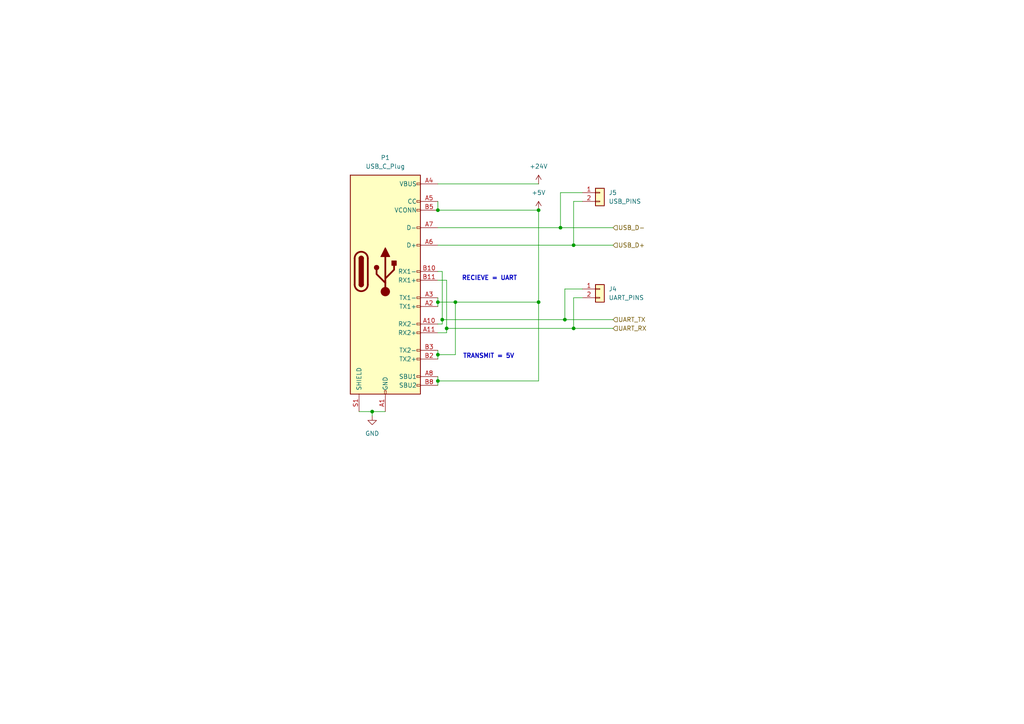
<source format=kicad_sch>
(kicad_sch (version 20250114) (generator "eeschema") (generator_version "9.0")
  (paper "A4")
  (lib_symbols
    (symbol "Connector:USB_C_Plug" (pin_names (offset 1.016))
      (property "Reference" "P" (at -10.16 29.21 0))
      (property "Value" "USB_C_Plug" (at 10.16 29.21 0))
      (symbol "USB_C_Plug_0_0"
        (rectangle (start -0.254 -35.56) (end 0.254 -34.544))
        (rectangle (start 10.16 25.654) (end 9.144 25.146))
        (rectangle (start 10.16 20.574) (end 9.144 20.066))
        (rectangle (start 10.16 18.034) (end 9.144 17.526))
        (rectangle (start 10.16 12.954) (end 9.144 12.446))
        (rectangle (start 10.16 7.874) (end 9.144 7.366))
        (rectangle (start 10.16 0.254) (end 9.144 -0.254))
        (rectangle (start 10.16 -2.286) (end 9.144 -2.794))
        (rectangle (start 10.16 -7.366) (end 9.144 -7.874))
        (rectangle (start 10.16 -9.906) (end 9.144 -10.414))
        (rectangle (start 10.16 -14.986) (end 9.144 -15.494))
        (rectangle (start 10.16 -17.526) (end 9.144 -18.034))
        (rectangle (start 10.16 -22.606) (end 9.144 -23.114))
        (rectangle (start 10.16 -25.146) (end 9.144 -25.654))
        (rectangle (start 10.16 -30.226) (end 9.144 -30.734))
        (rectangle (start 10.16 -32.766) (end 9.144 -33.274))
      )
      (symbol "USB_C_Plug_0_1"
        (rectangle (start -10.16 27.94) (end 10.16 -35.56) (stroke (width 0.254)) (fill (type background)))
        (polyline (pts (xy -8.89 -3.81) (xy -8.89 3.81)) (stroke (width 0.508)))
        (rectangle (start -7.62 -3.81) (end -6.35 3.81) (stroke (width 0.254)) (fill (type outline)))
        (arc (start -7.62 3.81) (mid -6.985 4.4423) (end -6.35 3.81) (stroke (width 0.254)))
        (arc (start -7.62 3.81) (mid -6.985 4.4423) (end -6.35 3.81) (stroke (width 0.254)) (fill (type outline)))
        (arc (start -8.89 3.81) (mid -6.985 5.7067) (end -5.08 3.81) (stroke (width 0.508)))
        (arc (start -5.08 -3.81) (mid -6.985 -5.7067) (end -8.89 -3.81) (stroke (width 0.508)))
        (arc (start -6.35 -3.81) (mid -6.985 -4.4423) (end -7.62 -3.81) (stroke (width 0.254)))
        (arc (start -6.35 -3.81) (mid -6.985 -4.4423) (end -7.62 -3.81) (stroke (width 0.254)) (fill (type outline)))
        (polyline (pts (xy -5.08 3.81) (xy -5.08 -3.81)) (stroke (width 0.508)))
      )
      (symbol "USB_C_Plug_1_1"
        (circle (center -2.54 1.143) (radius 0.635) (stroke (width 0.254)) (fill (type outline)))
        (polyline (pts (xy -1.27 4.318) (xy 0 6.858) (xy 1.27 4.318) (xy -1.27 4.318)) (stroke (width 0.254)) (fill (type outline)))
        (polyline (pts (xy 0 -2.032) (xy 2.54 0.508) (xy 2.54 1.778)) (stroke (width 0.508)))
        (polyline (pts (xy 0 -3.302) (xy -2.54 -0.762) (xy -2.54 0.508)) (stroke (width 0.508)))
        (polyline (pts (xy 0 -5.842) (xy 0 4.318)) (stroke (width 0.508)))
        (circle (center 0 -5.842) (radius 1.27) (fill (type outline)))
        (rectangle (start 1.905 1.778) (end 3.175 3.048) (stroke (width 0.254)) (fill (type outline)))
        (pin passive line (at -7.62 -40.64 90) (length 5.08) (name "SHIELD") (number "S1"))
        (pin passive line (at 0 -40.64 90) (length 5.08) (name "GND") (number "A1"))
        (pin passive line (at 0 -40.64 90) (length 5.08) (hide yes) (name "GND") (number "A12"))
        (pin passive line (at 0 -40.64 90) (length 5.08) (hide yes) (name "GND") (number "B1"))
        (pin passive line (at 0 -40.64 90) (length 5.08) (hide yes) (name "GND") (number "B12"))
        (pin passive line (at 15.24 25.4 180) (length 5.08) (name "VBUS") (number "A4"))
        (pin passive line (at 15.24 25.4 180) (length 5.08) (hide yes) (name "VBUS") (number "A9"))
        (pin passive line (at 15.24 25.4 180) (length 5.08) (hide yes) (name "VBUS") (number "B4"))
        (pin passive line (at 15.24 25.4 180) (length 5.08) (hide yes) (name "VBUS") (number "B9"))
        (pin bidirectional line (at 15.24 20.32 180) (length 5.08) (name "CC") (number "A5"))
        (pin bidirectional line (at 15.24 17.78 180) (length 5.08) (name "VCONN") (number "B5"))
        (pin bidirectional line (at 15.24 12.7 180) (length 5.08) (name "D-") (number "A7"))
        (pin bidirectional line (at 15.24 7.62 180) (length 5.08) (name "D+") (number "A6"))
        (pin bidirectional line (at 15.24 0 180) (length 5.08) (name "RX1-") (number "B10"))
        (pin bidirectional line (at 15.24 -2.54 180) (length 5.08) (name "RX1+") (number "B11"))
        (pin bidirectional line (at 15.24 -7.62 180) (length 5.08) (name "TX1-") (number "A3"))
        (pin bidirectional line (at 15.24 -10.16 180) (length 5.08) (name "TX1+") (number "A2"))
        (pin bidirectional line (at 15.24 -15.24 180) (length 5.08) (name "RX2-") (number "A10"))
        (pin bidirectional line (at 15.24 -17.78 180) (length 5.08) (name "RX2+") (number "A11"))
        (pin bidirectional line (at 15.24 -22.86 180) (length 5.08) (name "TX2-") (number "B3"))
        (pin bidirectional line (at 15.24 -25.4 180) (length 5.08) (name "TX2+") (number "B2"))
        (pin bidirectional line (at 15.24 -30.48 180) (length 5.08) (name "SBU1") (number "A8"))
        (pin bidirectional line (at 15.24 -33.02 180) (length 5.08) (name "SBU2") (number "B8"))
      )
    )
    (symbol "Connector_Generic:Conn_01x02" (pin_names (offset 1.016) (hide yes))
      (property "Reference" "J" (at 0 2.54 0))
      (property "Value" "Conn_01x02" (at 0 -5.08 0))
      (symbol "Conn_01x02_1_1"
        (rectangle (start -1.27 1.27) (end 1.27 -3.81) (stroke (width 0.254)) (fill (type background)))
        (rectangle (start -1.27 0.127) (end 0 -0.127) (stroke (width 0.1524)))
        (rectangle (start -1.27 -2.413) (end 0 -2.667) (stroke (width 0.1524)))
        (pin passive line (at -5.08 0 0) (length 3.81) (name "Pin_1") (number "1"))
        (pin passive line (at -5.08 -2.54 0) (length 3.81) (name "Pin_2") (number "2"))
      )
    )
    (symbol "power:+24V" (power) (pin_numbers (hide yes)) (pin_names (offset 0) (hide yes))
      (property "Value" "+24V" (at 0 3.556 0))
      (symbol "+24V_0_1"
        (polyline (pts (xy -0.762 1.27) (xy 0 2.54)))
        (polyline (pts (xy 0 2.54) (xy 0.762 1.27)))
        (polyline (pts (xy 0 0) (xy 0 2.54)))
      )
      (symbol "+24V_1_1"
        (pin power_in line (at 0 0 90) (length 0) (name "~") (number "1"))
      )
    )
    (symbol "power:+5V" (power) (pin_numbers (hide yes)) (pin_names (offset 0) (hide yes))
      (property "Value" "+5V" (at 0 3.556 0))
      (symbol "+5V_0_1"
        (polyline (pts (xy -0.762 1.27) (xy 0 2.54)))
        (polyline (pts (xy 0 2.54) (xy 0.762 1.27)))
        (polyline (pts (xy 0 0) (xy 0 2.54)))
      )
      (symbol "+5V_1_1"
        (pin power_in line (at 0 0 90) (length 0) (name "~") (number "1"))
      )
    )
    (symbol "power:GND" (power) (pin_numbers (hide yes)) (pin_names (offset 0) (hide yes))
      (property "Value" "GND" (at 0 -3.81 0))
      (symbol "GND_0_1"
        (polyline (pts (xy 0 0) (xy 0 -1.27) (xy 1.27 -1.27) (xy 0 -2.54) (xy -1.27 -1.27) (xy 0 -1.27)))
      )
      (symbol "GND_1_1"
        (pin power_in line (at 0 0 270) (length 0) (name "~") (number "1"))
      )
    )
  )
  (text "RECIEVE = UART" (at 141.986 80.772 0) (effects (font (size 1.27 1.27) (thickness 0.254) (bold yes))))
  (text "TRANSMIT = 5V" (at 141.732 103.378 0) (effects (font (size 1.27 1.27) (thickness 0.254) (bold yes))))
  (junction (at 166.37 71.12))
  (junction (at 156.21 87.63))
  (junction (at 163.83 92.71))
  (junction (at 166.37 95.25))
  (junction (at 132.08 87.63))
  (junction (at 127 110.49))
  (junction (at 128.27 92.71))
  (junction (at 162.56 66.04))
  (junction (at 127 87.63))
  (junction (at 107.95 119.38))
  (junction (at 127 102.87))
  (junction (at 127 60.96))
  (junction (at 156.21 60.96))
  (junction (at 129.54 95.25))
  (wire (pts (xy 127 110.49) (xy 127 111.76)))
  (wire (pts (xy 127 110.49) (xy 156.21 110.49)))
  (wire (pts (xy 107.95 119.38) (xy 111.76 119.38)))
  (wire (pts (xy 132.08 102.87) (xy 127 102.87)))
  (wire (pts (xy 127 58.42) (xy 127 60.96)))
  (wire (pts (xy 129.54 81.28) (xy 127 81.28)))
  (wire (pts (xy 168.91 55.88) (xy 162.56 55.88)))
  (wire (pts (xy 129.54 95.25) (xy 166.37 95.25)))
  (wire (pts (xy 156.21 110.49) (xy 156.21 87.63)))
  (wire (pts (xy 127 60.96) (xy 156.21 60.96)))
  (wire (pts (xy 162.56 55.88) (xy 162.56 66.04)))
  (wire (pts (xy 104.14 119.38) (xy 107.95 119.38)))
  (wire (pts (xy 127 96.52) (xy 129.54 96.52)))
  (wire (pts (xy 127 101.6) (xy 127 102.87)))
  (wire (pts (xy 129.54 96.52) (xy 129.54 95.25)))
  (wire (pts (xy 128.27 92.71) (xy 128.27 78.74)))
  (wire (pts (xy 127 87.63) (xy 132.08 87.63)))
  (wire (pts (xy 128.27 78.74) (xy 127 78.74)))
  (wire (pts (xy 156.21 53.34) (xy 127 53.34)))
  (wire (pts (xy 166.37 58.42) (xy 168.91 58.42)))
  (wire (pts (xy 166.37 95.25) (xy 177.8 95.25)))
  (wire (pts (xy 128.27 93.98) (xy 128.27 92.71)))
  (wire (pts (xy 177.8 66.04) (xy 162.56 66.04)))
  (wire (pts (xy 166.37 95.25) (xy 166.37 86.36)))
  (wire (pts (xy 132.08 87.63) (xy 156.21 87.63)))
  (wire (pts (xy 166.37 71.12) (xy 127 71.12)))
  (wire (pts (xy 127 93.98) (xy 128.27 93.98)))
  (wire (pts (xy 162.56 66.04) (xy 127 66.04)))
  (wire (pts (xy 107.95 119.38) (xy 107.95 120.65)))
  (wire (pts (xy 168.91 83.82) (xy 163.83 83.82)))
  (wire (pts (xy 156.21 87.63) (xy 156.21 60.96)))
  (wire (pts (xy 163.83 83.82) (xy 163.83 92.71)))
  (wire (pts (xy 128.27 92.71) (xy 163.83 92.71)))
  (wire (pts (xy 129.54 95.25) (xy 129.54 81.28)))
  (wire (pts (xy 127 102.87) (xy 127 104.14)))
  (wire (pts (xy 166.37 71.12) (xy 166.37 58.42)))
  (wire (pts (xy 127 109.22) (xy 127 110.49)))
  (wire (pts (xy 166.37 86.36) (xy 168.91 86.36)))
  (wire (pts (xy 163.83 92.71) (xy 177.8 92.71)))
  (wire (pts (xy 127 86.36) (xy 127 87.63)))
  (wire (pts (xy 132.08 87.63) (xy 132.08 102.87)))
  (wire (pts (xy 127 87.63) (xy 127 88.9)))
  (wire (pts (xy 177.8 71.12) (xy 166.37 71.12)))
  (hierarchical_label "UART_RX" (shape input) (at 177.8 95.25 0) (effects (font (thickness 0.1588))))
  (hierarchical_label "USB_D+" (shape input) (at 177.8 71.12 0) (effects (font (thickness 0.1588))))
  (hierarchical_label "UART_TX" (shape input) (at 177.8 92.71 0) (effects (font (thickness 0.1588))))
  (hierarchical_label "USB_D-" (shape input) (at 177.8 66.04 0) (effects (font (thickness 0.1588))))
  (symbol (lib_id "power:+5V") (at 156.21 60.96 0) (unit 1)
    (property "Reference" "#PWR029" (effects (hide yes)))
    (property "Value" "+5V" (at 156.21 55.88 0))
    (property "Description" "Power symbol creates a global label with name \"+5V\"" (effects (hide yes)))
  )
  (symbol (lib_id "power:+24V") (at 156.21 53.34 0) (unit 1)
    (property "Reference" "#PWR028" (effects (hide yes)))
    (property "Value" "+24V" (at 156.21 48.26 0))
    (property "Description" "Power symbol creates a global label with name \"+24V\"" (effects (hide yes)))
  )
  (symbol (lib_id "Connector_Generic:Conn_01x02") (at 173.99 55.88 0) (unit 1)
    (property "Reference" "J5" (at 176.53 55.8799 0) (effects (justify left)))
    (property "Value" "USB_PINS" (at 176.53 58.4199 0) (effects (justify left)))
    (property "Description" "Generic connector, single row, 01x02, script generated (kicad-library-utils/schlib/autogen/connector/)" (effects (hide yes)))
  )
  (symbol (lib_id "Connector_Generic:Conn_01x02") (at 173.99 83.82 0) (unit 1)
    (property "Reference" "J4" (at 176.53 83.8199 0) (effects (justify left)))
    (property "Value" "UART_PINS" (at 176.53 86.3599 0) (effects (justify left)))
    (property "Description" "Generic connector, single row, 01x02, script generated (kicad-library-utils/schlib/autogen/connector/)" (effects (hide yes)))
  )
  (symbol (lib_id "Connector:USB_C_Plug") (at 111.76 78.74 0) (unit 1)
    (property "Reference" "P1" (at 111.76 45.72 0))
    (property "Value" "USB_C_Plug" (at 111.76 48.26 0))
    (property "Datasheet" "https://www.usb.org/sites/default/files/documents/usb_type-c.zip" (effects (hide yes)))
    (property "Description" "USB Type-C Plug connector" (effects (hide yes)))
  )
  (symbol (lib_id "power:GND") (at 107.95 120.65 0) (unit 1)
    (property "Reference" "#PWR026" (effects (hide yes)))
    (property "Value" "GND" (at 107.95 125.73 0))
    (property "Description" "Power symbol creates a global label with name \"GND\" , ground" (effects (hide yes)))
  )
)
</source>
